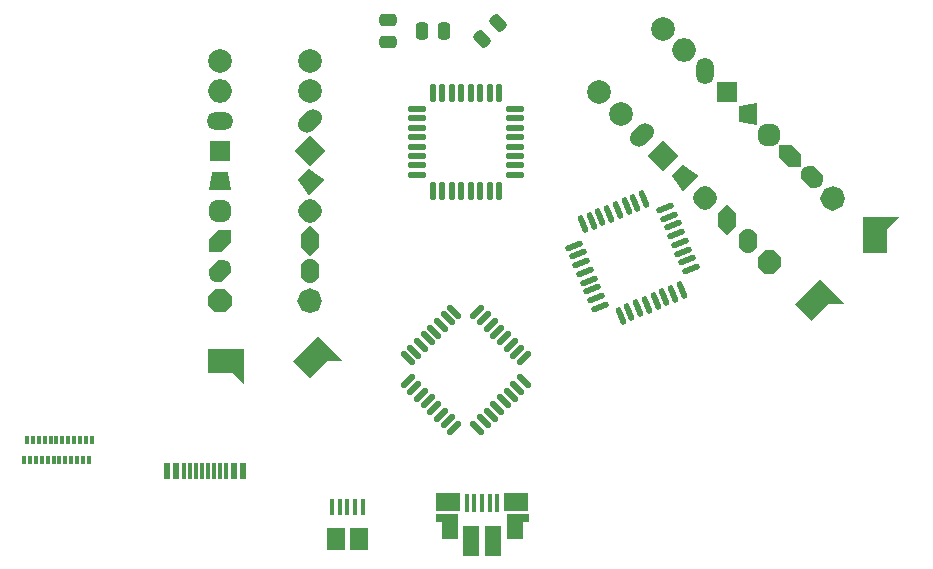
<source format=gbr>
%TF.GenerationSoftware,KiCad,Pcbnew,5.99.0-unknown-9424d66d22~106~ubuntu18.04.1*%
%TF.CreationDate,2021-01-09T19:56:29+08:00*%
%TF.ProjectId,Flashpads,466c6173-6870-4616-9473-2e6b69636164,rev?*%
%TF.SameCoordinates,Original*%
%TF.FileFunction,Paste,Top*%
%TF.FilePolarity,Positive*%
%FSLAX46Y46*%
G04 Gerber Fmt 4.6, Leading zero omitted, Abs format (unit mm)*
G04 Created by KiCad (PCBNEW 5.99.0-unknown-9424d66d22~106~ubuntu18.04.1) date 2021-01-09 19:56:29*
%MOMM*%
%LPD*%
G01*
G04 APERTURE LIST*
G04 Aperture macros list*
%AMRoundRect*
0 Rectangle with rounded corners*
0 $1 Rounding radius*
0 $2 $3 $4 $5 $6 $7 $8 $9 X,Y pos of 4 corners*
0 Add a 4 corners polygon primitive as box body*
4,1,4,$2,$3,$4,$5,$6,$7,$8,$9,$2,$3,0*
0 Add four circle primitives for the rounded corners*
1,1,$1+$1,$2,$3,0*
1,1,$1+$1,$4,$5,0*
1,1,$1+$1,$6,$7,0*
1,1,$1+$1,$8,$9,0*
0 Add four rect primitives between the rounded corners*
20,1,$1+$1,$2,$3,$4,$5,0*
20,1,$1+$1,$4,$5,$6,$7,0*
20,1,$1+$1,$6,$7,$8,$9,0*
20,1,$1+$1,$8,$9,$2,$3,0*%
%AMHorizOval*
0 Thick line with rounded ends*
0 $1 width*
0 $2 $3 position (X,Y) of the first rounded end (center of the circle)*
0 $4 $5 position (X,Y) of the second rounded end (center of the circle)*
0 Add line between two ends*
20,1,$1,$2,$3,$4,$5,0*
0 Add two circle primitives to create the rounded ends*
1,1,$1,$2,$3,0*
1,1,$1,$4,$5,0*%
%AMRotRect*
0 Rectangle, with rotation*
0 The origin of the aperture is its center*
0 $1 length*
0 $2 width*
0 $3 Rotation angle, in degrees counterclockwise*
0 Add horizontal line*
21,1,$1,$2,0,0,$3*%
%AMOutline4P*
0 Free polygon, 4 corners , with rotation*
0 The origin of the aperture is its center*
0 number of corners: always 4*
0 $1 to $8 corner X, Y*
0 $9 Rotation angle, in degrees counterclockwise*
0 create outline with 4 corners*
4,1,4,$1,$2,$3,$4,$5,$6,$7,$8,$1,$2,$9*%
%AMOutline5P*
0 Free polygon, 5 corners , with rotation*
0 The origin of the aperture is its center*
0 number of corners: always 8*
0 $1 to $10 corner X, Y*
0 $11 Rotation angle, in degrees counterclockwise*
0 create outline with 8 corners*
4,1,5,$1,$2,$3,$4,$5,$6,$7,$8,$9,$10,$1,$2,$11*%
%AMOutline6P*
0 Free polygon, 6 corners , with rotation*
0 The origin of the aperture is its center*
0 number of corners: always 6*
0 $1 to $12 corner X, Y*
0 $13 Rotation angle, in degrees counterclockwise*
0 create outline with 6 corners*
4,1,6,$1,$2,$3,$4,$5,$6,$7,$8,$9,$10,$11,$12,$1,$2,$13*%
%AMOutline7P*
0 Free polygon, 7 corners , with rotation*
0 The origin of the aperture is its center*
0 number of corners: always 7*
0 $1 to $14 corner X, Y*
0 $15 Rotation angle, in degrees counterclockwise*
0 create outline with 7 corners*
4,1,7,$1,$2,$3,$4,$5,$6,$7,$8,$9,$10,$11,$12,$13,$14,$1,$2,$15*%
%AMOutline8P*
0 Free polygon, 8 corners , with rotation*
0 The origin of the aperture is its center*
0 number of corners: always 8*
0 $1 to $16 corner X, Y*
0 $17 Rotation angle, in degrees counterclockwise*
0 create outline with 8 corners*
4,1,8,$1,$2,$3,$4,$5,$6,$7,$8,$9,$10,$11,$12,$13,$14,$15,$16,$1,$2,$17*%
G04 Aperture macros list end*
%ADD10R,1.430000X2.500000*%
%ADD11R,0.400000X1.650000*%
%ADD12R,2.000000X1.500000*%
%ADD13R,1.825000X0.700000*%
%ADD14R,1.350000X2.000000*%
%ADD15R,0.300000X0.700000*%
%ADD16RoundRect,0.125000X-0.353553X-0.530330X0.530330X0.353553X0.353553X0.530330X-0.530330X-0.353553X0*%
%ADD17RoundRect,0.125000X0.353553X-0.530330X0.530330X-0.353553X-0.353553X0.530330X-0.530330X0.353553X0*%
%ADD18RoundRect,0.125000X-0.529589X-0.354662X0.625260X0.123692X0.529589X0.354662X-0.625260X-0.123692X0*%
%ADD19RoundRect,0.125000X0.123692X-0.625260X0.354662X-0.529589X-0.123692X0.625260X-0.354662X0.529589X0*%
%ADD20RoundRect,0.125000X-0.125000X-0.625000X0.125000X-0.625000X0.125000X0.625000X-0.125000X0.625000X0*%
%ADD21RoundRect,0.125000X-0.625000X-0.125000X0.625000X-0.125000X0.625000X0.125000X-0.625000X0.125000X0*%
%ADD22R,0.600000X1.450000*%
%ADD23R,0.300000X1.450000*%
%ADD24R,1.500000X1.900000*%
%ADD25R,0.400000X1.350000*%
%ADD26RoundRect,0.250000X0.159099X-0.512652X0.512652X-0.159099X-0.159099X0.512652X-0.512652X0.159099X0*%
%ADD27RoundRect,0.250000X-0.250000X-0.475000X0.250000X-0.475000X0.250000X0.475000X-0.250000X0.475000X0*%
%ADD28RoundRect,0.250000X0.475000X-0.250000X0.475000X0.250000X-0.475000X0.250000X-0.475000X-0.250000X0*%
%ADD29C,2.000000*%
%ADD30HorizOval,2.000000X0.000000X0.000000X0.000000X0.000000X0*%
%ADD31HorizOval,1.500000X0.265165X0.265165X-0.265165X-0.265165X0*%
%ADD32RotRect,1.800000X1.800000X45.000000*%
%ADD33Outline4P,-0.950000X-0.800000X0.950000X-0.800000X0.650000X0.800000X-0.650000X0.800000X45.000000*%
%ADD34RoundRect,0.540000X0.000000X-0.509117X0.509117X0.000000X0.000000X0.509117X-0.509117X0.000000X0*%
%ADD35Outline6P,0.180000X-0.900000X-0.900000X-0.900000X-0.900000X0.180000X-0.180000X0.900000X0.900000X0.900000X0.900000X-0.180000X45.000000*%
%AMFp36*
4,1,19,0.180000,-0.899999,-0.360000,-0.899999,-0.472272,-0.888199,-0.610180,-0.838549,-0.729655,-0.753643,-0.821896,-0.639735,-0.880107,-0.505217,-0.899999,-0.360000,-0.899999,0.180000,-0.180000,0.899999,0.360000,0.899999,0.472272,0.888199,0.610180,0.838549,0.729655,0.753643,0.821896,0.639735,0.880107,0.505217,0.899999,0.360000,0.899999,-0.180000,0.180000,-0.899999,0.180000,-0.899999,$1*%
%ADD36Fp36,45.000000*%
%AMFp37*
4,1,19,0.179999,-0.900000,-0.360000,-0.900000,-0.472272,-0.888200,-0.610180,-0.838550,-0.729655,-0.753643,-0.821897,-0.639735,-0.880108,-0.505216,-0.900000,-0.359999,-0.900000,0.180000,-0.179999,0.900000,0.360000,0.900000,0.472272,0.888200,0.610180,0.838550,0.729655,0.753643,0.821897,0.639735,0.880108,0.505216,0.900000,0.359999,0.900000,-0.180000,0.179999,-0.900000,0.179999,-0.900000,$1*%
%ADD37Fp37,90.000000*%
%ADD38Outline6P,0.180000X-0.900000X-0.900000X-0.900000X-0.900000X0.180000X-0.180000X0.900000X0.900000X0.900000X0.900000X-0.180000X90.000000*%
%ADD39RoundRect,0.540000X0.360000X-0.360000X0.360000X0.360000X-0.360000X0.360000X-0.360000X-0.360000X0*%
%ADD40Outline4P,-0.950000X-0.800000X0.950000X-0.800000X0.650000X0.800000X-0.650000X0.800000X90.000000*%
%ADD41R,1.800000X1.800000*%
%ADD42O,1.500000X2.250000*%
%ADD43O,2.000000X2.000000*%
%AMFp44*
4,1,19,0.180000,-0.900000,-0.360000,-0.900000,-0.472272,-0.888200,-0.610180,-0.838550,-0.729655,-0.753643,-0.821897,-0.639735,-0.880108,-0.505217,-0.900000,-0.360000,-0.900000,0.180000,-0.180000,0.900000,0.360000,0.900000,0.472272,0.888200,0.610180,0.838550,0.729655,0.753643,0.821897,0.639735,0.880108,0.505217,0.900000,0.360000,0.900000,-0.180000,0.180000,-0.900000,0.180000,-0.900000,$1*%
%ADD44Fp44,0.000000*%
%ADD45Outline6P,0.180000X-0.900000X-0.900000X-0.900000X-0.900000X0.180000X-0.180000X0.900000X0.900000X0.900000X0.900000X-0.180000X0.000000*%
%ADD46RoundRect,0.540000X-0.360000X-0.360000X0.360000X-0.360000X0.360000X0.360000X-0.360000X0.360000X0*%
%ADD47Outline4P,-0.950000X-0.800000X0.950000X-0.800000X0.650000X0.800000X-0.650000X0.800000X0.000000*%
%ADD48O,2.250000X1.500000*%
G04 APERTURE END LIST*
D10*
%TO.C,REF\u002A\u002A*%
X63419000Y-66917000D03*
X61499000Y-66917000D03*
D11*
X63759000Y-63767000D03*
X63109000Y-63767000D03*
X62459000Y-63767000D03*
X61809000Y-63767000D03*
X61159000Y-63767000D03*
D12*
X65359000Y-63647000D03*
X59609000Y-63667000D03*
D13*
X65459000Y-64967000D03*
X59509000Y-64967000D03*
D14*
X59729000Y-65717000D03*
X65209000Y-65717000D03*
%TD*%
D15*
%TO.C,REF\u002A\u002A*%
X23670000Y-60053000D03*
X24170000Y-60053000D03*
X24670000Y-60053000D03*
X25170000Y-60053000D03*
X25670000Y-60053000D03*
X26170000Y-60053000D03*
X26670000Y-60053000D03*
X27170000Y-60053000D03*
X27670000Y-60053000D03*
X28170000Y-60053000D03*
X28670000Y-60053000D03*
X29170000Y-60053000D03*
X28920000Y-58353000D03*
X27420000Y-58353000D03*
X27920000Y-58353000D03*
X28420000Y-58353000D03*
X29420000Y-58353000D03*
X26920000Y-58353000D03*
X26420000Y-58353000D03*
X25920000Y-58353000D03*
X25420000Y-58353000D03*
X24920000Y-58353000D03*
X24420000Y-58353000D03*
X23920000Y-58353000D03*
%TD*%
D16*
%TO.C,IC3*%
X56154930Y-53423272D03*
X56720616Y-53988957D03*
X57286301Y-54554643D03*
X57851986Y-55120328D03*
X58417672Y-55686014D03*
X58983357Y-56251699D03*
X59549043Y-56817384D03*
X60114728Y-57383070D03*
D17*
X62059272Y-57383070D03*
X62624957Y-56817384D03*
X63190643Y-56251699D03*
X63756328Y-55686014D03*
X64322014Y-55120328D03*
X64887699Y-54554643D03*
X65453384Y-53988957D03*
X66019070Y-53423272D03*
D16*
X66019070Y-51478728D03*
X65453384Y-50913043D03*
X64887699Y-50347357D03*
X64322014Y-49781672D03*
X63756328Y-49215986D03*
X63190643Y-48650301D03*
X62624957Y-48084616D03*
X62059272Y-47518930D03*
D17*
X60114728Y-47518930D03*
X59549043Y-48084616D03*
X58983357Y-48650301D03*
X58417672Y-49215986D03*
X57851986Y-49781672D03*
X57286301Y-50347357D03*
X56720616Y-50913043D03*
X56154930Y-51478728D03*
%TD*%
D18*
%TO.C,IC2*%
X70255289Y-41936841D03*
X70561436Y-42675944D03*
X70867583Y-43415048D03*
X71173730Y-44154152D03*
X71479876Y-44893255D03*
X71786023Y-45632359D03*
X72092170Y-46371462D03*
X72398317Y-47110566D03*
D19*
X74194841Y-47854711D03*
X74933944Y-47548564D03*
X75673048Y-47242417D03*
X76412152Y-46936270D03*
X77151255Y-46630124D03*
X77890359Y-46323977D03*
X78629462Y-46017830D03*
X79368566Y-45711683D03*
D18*
X80112711Y-43915159D03*
X79806564Y-43176056D03*
X79500417Y-42436952D03*
X79194270Y-41697848D03*
X78888124Y-40958745D03*
X78581977Y-40219641D03*
X78275830Y-39480538D03*
X77969683Y-38741434D03*
D19*
X76173159Y-37997289D03*
X75434056Y-38303436D03*
X74694952Y-38609583D03*
X73955848Y-38915730D03*
X73216745Y-39221876D03*
X72477641Y-39528023D03*
X71738538Y-39834170D03*
X70999434Y-40140317D03*
%TD*%
D20*
%TO.C,IC1*%
X58287000Y-28972000D03*
X59087000Y-28972000D03*
X59887000Y-28972000D03*
X60687000Y-28972000D03*
X61487000Y-28972000D03*
X62287000Y-28972000D03*
X63087000Y-28972000D03*
X63887000Y-28972000D03*
D21*
X65262000Y-30347000D03*
X65262000Y-31147000D03*
X65262000Y-31947000D03*
X65262000Y-32747000D03*
X65262000Y-33547000D03*
X65262000Y-34347000D03*
X65262000Y-35147000D03*
X65262000Y-35947000D03*
D20*
X63887000Y-37322000D03*
X63087000Y-37322000D03*
X62287000Y-37322000D03*
X61487000Y-37322000D03*
X60687000Y-37322000D03*
X59887000Y-37322000D03*
X59087000Y-37322000D03*
X58287000Y-37322000D03*
D21*
X56912000Y-35947000D03*
X56912000Y-35147000D03*
X56912000Y-34347000D03*
X56912000Y-33547000D03*
X56912000Y-32747000D03*
X56912000Y-31947000D03*
X56912000Y-31147000D03*
X56912000Y-30347000D03*
%TD*%
D22*
%TO.C,REF\u002A\u002A*%
X42239000Y-60979000D03*
X41439000Y-60979000D03*
X36539000Y-60979000D03*
X35739000Y-60979000D03*
X35739000Y-60979000D03*
X36539000Y-60979000D03*
X41439000Y-60979000D03*
X42239000Y-60979000D03*
D23*
X37239000Y-60979000D03*
X37739000Y-60979000D03*
X38239000Y-60979000D03*
X39239000Y-60979000D03*
X39739000Y-60979000D03*
X40239000Y-60979000D03*
X40739000Y-60979000D03*
X38739000Y-60979000D03*
%TD*%
D24*
%TO.C,REF\u002A\u002A*%
X50054000Y-66769500D03*
D25*
X51054000Y-64069500D03*
X51704000Y-64069500D03*
X52354000Y-64069500D03*
X49754000Y-64069500D03*
X50404000Y-64069500D03*
D24*
X52054000Y-66769500D03*
%TD*%
D26*
%TO.C,C3*%
X62447249Y-24420751D03*
X63790751Y-23077249D03*
%TD*%
D27*
%TO.C,C2*%
X57343000Y-23749000D03*
X59243000Y-23749000D03*
%TD*%
D28*
%TO.C,C1*%
X54483000Y-22799000D03*
X54483000Y-24699000D03*
%TD*%
D29*
%TO.C,U2*%
X72390000Y-28956000D03*
D30*
X74186051Y-30752051D03*
D31*
X75982102Y-32548102D03*
D32*
X77778154Y-34344154D03*
D33*
X79574205Y-36140205D03*
D34*
X81370256Y-37936256D03*
D35*
X83166307Y-39732307D03*
D36*
X84962359Y-41528359D03*
G36*
X86375441Y-42340647D02*
G01*
X87141378Y-42340646D01*
X87141379Y-42340647D01*
X87183805Y-42358220D01*
X87724671Y-42899086D01*
X87737097Y-42929086D01*
X87742245Y-42941513D01*
X87742244Y-43707308D01*
X87724671Y-43749734D01*
X87183734Y-44290671D01*
X87183730Y-44290672D01*
X87183729Y-44290674D01*
X87165271Y-44298318D01*
X87141308Y-44308244D01*
X87141306Y-44308243D01*
X87141301Y-44308245D01*
X86375436Y-44308173D01*
X86357076Y-44300566D01*
X86333015Y-44290600D01*
X85792221Y-43749804D01*
X85792220Y-43749804D01*
X85774647Y-43707379D01*
X85774646Y-42941442D01*
X85781926Y-42923868D01*
X85792220Y-42899015D01*
X86333015Y-42358220D01*
X86375441Y-42340647D01*
G37*
G36*
X91416312Y-37173968D02*
G01*
X92123946Y-36880856D01*
X92123947Y-36880856D01*
X92169867Y-36880856D01*
X92876543Y-37173570D01*
X92899504Y-37196532D01*
X92909015Y-37206043D01*
X93202072Y-37913546D01*
X93202072Y-37959467D01*
X92909320Y-38666235D01*
X92909316Y-38666238D01*
X92909316Y-38666240D01*
X92895188Y-38680366D01*
X92876848Y-38698706D01*
X92876845Y-38698706D01*
X92876842Y-38698709D01*
X92169246Y-38991728D01*
X92149373Y-38991726D01*
X92123331Y-38991726D01*
X91416748Y-38699049D01*
X91416747Y-38699049D01*
X91384276Y-38666578D01*
X91091164Y-37958944D01*
X91091164Y-37939922D01*
X91091164Y-37913023D01*
X91383840Y-37206439D01*
X91416312Y-37173968D01*
G37*
D37*
X90350512Y-36140205D03*
D38*
X88554461Y-34344154D03*
D39*
X86758410Y-32548102D03*
D40*
X84962359Y-30752051D03*
D41*
X83166307Y-28956000D03*
D42*
X81370256Y-27159949D03*
D43*
X79574205Y-25363898D03*
D29*
X77778154Y-23567846D03*
G36*
X93178939Y-46916512D02*
G01*
X91764725Y-46916512D01*
X90350512Y-48330725D01*
X88936299Y-46916512D01*
X91057618Y-44795192D01*
X93178939Y-46916512D01*
G37*
G36*
X97738666Y-39528360D02*
G01*
X96738666Y-40528360D01*
X96738665Y-42528359D01*
X94738666Y-42528358D01*
X94738667Y-39528359D01*
X97738666Y-39528360D01*
G37*
%TD*%
%TO.C,U1*%
G36*
X50707427Y-51689000D02*
G01*
X49293213Y-51689000D01*
X47879000Y-53103213D01*
X46464787Y-51689000D01*
X48586106Y-49567680D01*
X50707427Y-51689000D01*
G37*
G36*
X42259000Y-53689000D02*
G01*
X41259000Y-52689000D01*
X39259000Y-52689000D01*
X39259000Y-50689000D01*
X42259000Y-50689000D01*
X42259000Y-53689000D01*
G37*
X47879000Y-26289000D03*
D30*
X47879000Y-28829000D03*
D31*
X47879000Y-31369000D03*
D32*
X47879000Y-33909000D03*
D33*
X47879000Y-36449000D03*
D34*
X47879000Y-38989000D03*
D35*
X47879000Y-41529000D03*
D36*
X47879000Y-44069000D03*
G36*
X47901652Y-45553615D02*
G01*
X48609286Y-45846726D01*
X48609287Y-45846727D01*
X48641759Y-45879198D01*
X48934473Y-46585874D01*
X48934473Y-46618345D01*
X48934473Y-46631796D01*
X48641415Y-47339299D01*
X48608944Y-47371771D01*
X47902176Y-47664523D01*
X47902172Y-47664523D01*
X47902170Y-47664525D01*
X47882192Y-47664523D01*
X47856255Y-47664523D01*
X47856254Y-47664521D01*
X47856249Y-47664521D01*
X47148708Y-47371371D01*
X47134657Y-47357317D01*
X47116241Y-47338902D01*
X46823566Y-46632318D01*
X46823565Y-46632317D01*
X46823565Y-46586398D01*
X47116676Y-45878764D01*
X47130127Y-45865313D01*
X47149148Y-45846291D01*
X47855732Y-45553615D01*
X47901652Y-45553615D01*
G37*
G36*
X40683826Y-45642574D02*
G01*
X41225426Y-46184173D01*
X41225426Y-46184174D01*
X41243000Y-46226600D01*
X41243000Y-46991500D01*
X41230573Y-47021500D01*
X41225426Y-47033927D01*
X40683926Y-47575426D01*
X40641500Y-47593000D01*
X39876500Y-47593000D01*
X39876496Y-47592998D01*
X39876494Y-47592999D01*
X39858037Y-47585352D01*
X39834074Y-47575426D01*
X39834073Y-47575424D01*
X39834069Y-47575422D01*
X39292570Y-47033822D01*
X39284967Y-47015461D01*
X39275000Y-46991400D01*
X39275001Y-46226600D01*
X39275001Y-46226599D01*
X39292574Y-46184174D01*
X39834173Y-45642574D01*
X39851747Y-45635295D01*
X39876600Y-45625000D01*
X40641400Y-45625000D01*
X40683826Y-45642574D01*
G37*
D44*
X40259000Y-44069000D03*
D45*
X40259000Y-41529000D03*
D46*
X40259000Y-38989000D03*
D47*
X40259000Y-36449000D03*
D41*
X40259000Y-33909000D03*
D48*
X40259000Y-31369000D03*
D43*
X40259000Y-28829000D03*
D29*
X40259000Y-26289000D03*
%TD*%
M02*

</source>
